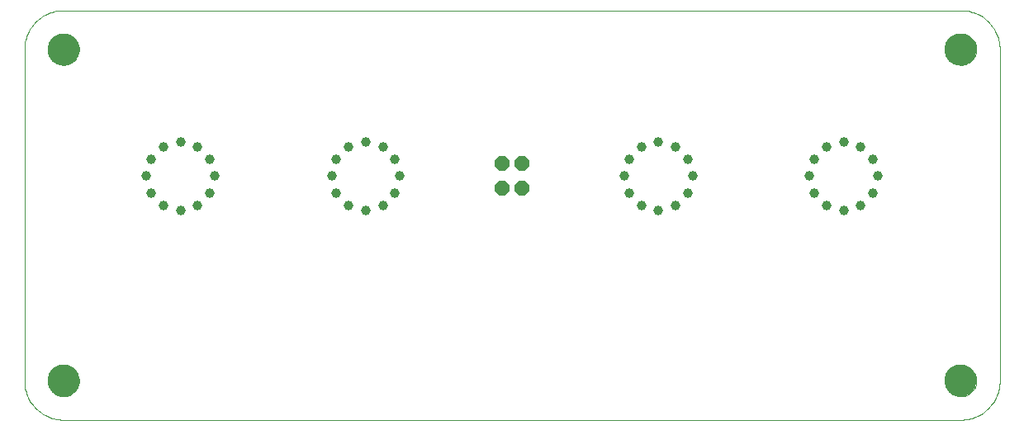
<source format=gbs>
G75*
G70*
%OFA0B0*%
%FSLAX24Y24*%
%IPPOS*%
%LPD*%
%AMOC8*
5,1,8,0,0,1.08239X$1,22.5*
%
%ADD10C,0.0000*%
%ADD11C,0.1300*%
%ADD12OC8,0.0600*%
%ADD13C,0.0396*%
D10*
X001755Y000180D02*
X037975Y000180D01*
X037345Y001755D02*
X037347Y001805D01*
X037353Y001855D01*
X037363Y001904D01*
X037377Y001952D01*
X037394Y001999D01*
X037415Y002044D01*
X037440Y002088D01*
X037468Y002129D01*
X037500Y002168D01*
X037534Y002205D01*
X037571Y002239D01*
X037611Y002269D01*
X037653Y002296D01*
X037697Y002320D01*
X037743Y002341D01*
X037790Y002357D01*
X037838Y002370D01*
X037888Y002379D01*
X037937Y002384D01*
X037988Y002385D01*
X038038Y002382D01*
X038087Y002375D01*
X038136Y002364D01*
X038184Y002349D01*
X038230Y002331D01*
X038275Y002309D01*
X038318Y002283D01*
X038359Y002254D01*
X038398Y002222D01*
X038434Y002187D01*
X038466Y002149D01*
X038496Y002109D01*
X038523Y002066D01*
X038546Y002022D01*
X038565Y001976D01*
X038581Y001928D01*
X038593Y001879D01*
X038601Y001830D01*
X038605Y001780D01*
X038605Y001730D01*
X038601Y001680D01*
X038593Y001631D01*
X038581Y001582D01*
X038565Y001534D01*
X038546Y001488D01*
X038523Y001444D01*
X038496Y001401D01*
X038466Y001361D01*
X038434Y001323D01*
X038398Y001288D01*
X038359Y001256D01*
X038318Y001227D01*
X038275Y001201D01*
X038230Y001179D01*
X038184Y001161D01*
X038136Y001146D01*
X038087Y001135D01*
X038038Y001128D01*
X037988Y001125D01*
X037937Y001126D01*
X037888Y001131D01*
X037838Y001140D01*
X037790Y001153D01*
X037743Y001169D01*
X037697Y001190D01*
X037653Y001214D01*
X037611Y001241D01*
X037571Y001271D01*
X037534Y001305D01*
X037500Y001342D01*
X037468Y001381D01*
X037440Y001422D01*
X037415Y001466D01*
X037394Y001511D01*
X037377Y001558D01*
X037363Y001606D01*
X037353Y001655D01*
X037347Y001705D01*
X037345Y001755D01*
X037975Y000180D02*
X038052Y000182D01*
X038129Y000188D01*
X038206Y000197D01*
X038282Y000210D01*
X038358Y000227D01*
X038432Y000248D01*
X038506Y000272D01*
X038578Y000300D01*
X038648Y000331D01*
X038717Y000366D01*
X038785Y000404D01*
X038850Y000445D01*
X038913Y000490D01*
X038974Y000538D01*
X039033Y000588D01*
X039089Y000641D01*
X039142Y000697D01*
X039192Y000756D01*
X039240Y000817D01*
X039285Y000880D01*
X039326Y000945D01*
X039364Y001013D01*
X039399Y001082D01*
X039430Y001152D01*
X039458Y001224D01*
X039482Y001298D01*
X039503Y001372D01*
X039520Y001448D01*
X039533Y001524D01*
X039542Y001601D01*
X039548Y001678D01*
X039550Y001755D01*
X039550Y015141D01*
X037345Y015141D02*
X037347Y015191D01*
X037353Y015241D01*
X037363Y015290D01*
X037377Y015338D01*
X037394Y015385D01*
X037415Y015430D01*
X037440Y015474D01*
X037468Y015515D01*
X037500Y015554D01*
X037534Y015591D01*
X037571Y015625D01*
X037611Y015655D01*
X037653Y015682D01*
X037697Y015706D01*
X037743Y015727D01*
X037790Y015743D01*
X037838Y015756D01*
X037888Y015765D01*
X037937Y015770D01*
X037988Y015771D01*
X038038Y015768D01*
X038087Y015761D01*
X038136Y015750D01*
X038184Y015735D01*
X038230Y015717D01*
X038275Y015695D01*
X038318Y015669D01*
X038359Y015640D01*
X038398Y015608D01*
X038434Y015573D01*
X038466Y015535D01*
X038496Y015495D01*
X038523Y015452D01*
X038546Y015408D01*
X038565Y015362D01*
X038581Y015314D01*
X038593Y015265D01*
X038601Y015216D01*
X038605Y015166D01*
X038605Y015116D01*
X038601Y015066D01*
X038593Y015017D01*
X038581Y014968D01*
X038565Y014920D01*
X038546Y014874D01*
X038523Y014830D01*
X038496Y014787D01*
X038466Y014747D01*
X038434Y014709D01*
X038398Y014674D01*
X038359Y014642D01*
X038318Y014613D01*
X038275Y014587D01*
X038230Y014565D01*
X038184Y014547D01*
X038136Y014532D01*
X038087Y014521D01*
X038038Y014514D01*
X037988Y014511D01*
X037937Y014512D01*
X037888Y014517D01*
X037838Y014526D01*
X037790Y014539D01*
X037743Y014555D01*
X037697Y014576D01*
X037653Y014600D01*
X037611Y014627D01*
X037571Y014657D01*
X037534Y014691D01*
X037500Y014728D01*
X037468Y014767D01*
X037440Y014808D01*
X037415Y014852D01*
X037394Y014897D01*
X037377Y014944D01*
X037363Y014992D01*
X037353Y015041D01*
X037347Y015091D01*
X037345Y015141D01*
X037975Y016716D02*
X038052Y016714D01*
X038129Y016708D01*
X038206Y016699D01*
X038282Y016686D01*
X038358Y016669D01*
X038432Y016648D01*
X038506Y016624D01*
X038578Y016596D01*
X038648Y016565D01*
X038717Y016530D01*
X038785Y016492D01*
X038850Y016451D01*
X038913Y016406D01*
X038974Y016358D01*
X039033Y016308D01*
X039089Y016255D01*
X039142Y016199D01*
X039192Y016140D01*
X039240Y016079D01*
X039285Y016016D01*
X039326Y015951D01*
X039364Y015883D01*
X039399Y015814D01*
X039430Y015744D01*
X039458Y015672D01*
X039482Y015598D01*
X039503Y015524D01*
X039520Y015448D01*
X039533Y015372D01*
X039542Y015295D01*
X039548Y015218D01*
X039550Y015141D01*
X037975Y016715D02*
X001755Y016715D01*
X001125Y015141D02*
X001127Y015191D01*
X001133Y015241D01*
X001143Y015290D01*
X001157Y015338D01*
X001174Y015385D01*
X001195Y015430D01*
X001220Y015474D01*
X001248Y015515D01*
X001280Y015554D01*
X001314Y015591D01*
X001351Y015625D01*
X001391Y015655D01*
X001433Y015682D01*
X001477Y015706D01*
X001523Y015727D01*
X001570Y015743D01*
X001618Y015756D01*
X001668Y015765D01*
X001717Y015770D01*
X001768Y015771D01*
X001818Y015768D01*
X001867Y015761D01*
X001916Y015750D01*
X001964Y015735D01*
X002010Y015717D01*
X002055Y015695D01*
X002098Y015669D01*
X002139Y015640D01*
X002178Y015608D01*
X002214Y015573D01*
X002246Y015535D01*
X002276Y015495D01*
X002303Y015452D01*
X002326Y015408D01*
X002345Y015362D01*
X002361Y015314D01*
X002373Y015265D01*
X002381Y015216D01*
X002385Y015166D01*
X002385Y015116D01*
X002381Y015066D01*
X002373Y015017D01*
X002361Y014968D01*
X002345Y014920D01*
X002326Y014874D01*
X002303Y014830D01*
X002276Y014787D01*
X002246Y014747D01*
X002214Y014709D01*
X002178Y014674D01*
X002139Y014642D01*
X002098Y014613D01*
X002055Y014587D01*
X002010Y014565D01*
X001964Y014547D01*
X001916Y014532D01*
X001867Y014521D01*
X001818Y014514D01*
X001768Y014511D01*
X001717Y014512D01*
X001668Y014517D01*
X001618Y014526D01*
X001570Y014539D01*
X001523Y014555D01*
X001477Y014576D01*
X001433Y014600D01*
X001391Y014627D01*
X001351Y014657D01*
X001314Y014691D01*
X001280Y014728D01*
X001248Y014767D01*
X001220Y014808D01*
X001195Y014852D01*
X001174Y014897D01*
X001157Y014944D01*
X001143Y014992D01*
X001133Y015041D01*
X001127Y015091D01*
X001125Y015141D01*
X000180Y015141D02*
X000182Y015218D01*
X000188Y015295D01*
X000197Y015372D01*
X000210Y015448D01*
X000227Y015524D01*
X000248Y015598D01*
X000272Y015672D01*
X000300Y015744D01*
X000331Y015814D01*
X000366Y015883D01*
X000404Y015951D01*
X000445Y016016D01*
X000490Y016079D01*
X000538Y016140D01*
X000588Y016199D01*
X000641Y016255D01*
X000697Y016308D01*
X000756Y016358D01*
X000817Y016406D01*
X000880Y016451D01*
X000945Y016492D01*
X001013Y016530D01*
X001082Y016565D01*
X001152Y016596D01*
X001224Y016624D01*
X001298Y016648D01*
X001372Y016669D01*
X001448Y016686D01*
X001524Y016699D01*
X001601Y016708D01*
X001678Y016714D01*
X001755Y016716D01*
X000180Y015141D02*
X000180Y001755D01*
X001125Y001755D02*
X001127Y001805D01*
X001133Y001855D01*
X001143Y001904D01*
X001157Y001952D01*
X001174Y001999D01*
X001195Y002044D01*
X001220Y002088D01*
X001248Y002129D01*
X001280Y002168D01*
X001314Y002205D01*
X001351Y002239D01*
X001391Y002269D01*
X001433Y002296D01*
X001477Y002320D01*
X001523Y002341D01*
X001570Y002357D01*
X001618Y002370D01*
X001668Y002379D01*
X001717Y002384D01*
X001768Y002385D01*
X001818Y002382D01*
X001867Y002375D01*
X001916Y002364D01*
X001964Y002349D01*
X002010Y002331D01*
X002055Y002309D01*
X002098Y002283D01*
X002139Y002254D01*
X002178Y002222D01*
X002214Y002187D01*
X002246Y002149D01*
X002276Y002109D01*
X002303Y002066D01*
X002326Y002022D01*
X002345Y001976D01*
X002361Y001928D01*
X002373Y001879D01*
X002381Y001830D01*
X002385Y001780D01*
X002385Y001730D01*
X002381Y001680D01*
X002373Y001631D01*
X002361Y001582D01*
X002345Y001534D01*
X002326Y001488D01*
X002303Y001444D01*
X002276Y001401D01*
X002246Y001361D01*
X002214Y001323D01*
X002178Y001288D01*
X002139Y001256D01*
X002098Y001227D01*
X002055Y001201D01*
X002010Y001179D01*
X001964Y001161D01*
X001916Y001146D01*
X001867Y001135D01*
X001818Y001128D01*
X001768Y001125D01*
X001717Y001126D01*
X001668Y001131D01*
X001618Y001140D01*
X001570Y001153D01*
X001523Y001169D01*
X001477Y001190D01*
X001433Y001214D01*
X001391Y001241D01*
X001351Y001271D01*
X001314Y001305D01*
X001280Y001342D01*
X001248Y001381D01*
X001220Y001422D01*
X001195Y001466D01*
X001174Y001511D01*
X001157Y001558D01*
X001143Y001606D01*
X001133Y001655D01*
X001127Y001705D01*
X001125Y001755D01*
X000180Y001755D02*
X000182Y001678D01*
X000188Y001601D01*
X000197Y001524D01*
X000210Y001448D01*
X000227Y001372D01*
X000248Y001298D01*
X000272Y001224D01*
X000300Y001152D01*
X000331Y001082D01*
X000366Y001013D01*
X000404Y000945D01*
X000445Y000880D01*
X000490Y000817D01*
X000538Y000756D01*
X000588Y000697D01*
X000641Y000641D01*
X000697Y000588D01*
X000756Y000538D01*
X000817Y000490D01*
X000880Y000445D01*
X000945Y000404D01*
X001013Y000366D01*
X001082Y000331D01*
X001152Y000300D01*
X001224Y000272D01*
X001298Y000248D01*
X001372Y000227D01*
X001448Y000210D01*
X001524Y000197D01*
X001601Y000188D01*
X001678Y000182D01*
X001755Y000180D01*
D11*
X001755Y001755D03*
X001755Y015141D03*
X037975Y015141D03*
X037975Y001755D03*
D12*
X020259Y009523D03*
X019471Y009523D03*
X019471Y010523D03*
X020259Y010523D03*
D13*
X024393Y010023D03*
X024589Y010711D03*
X025082Y011204D03*
X025771Y011400D03*
X026460Y011204D03*
X026952Y010711D03*
X027149Y010023D03*
X026952Y009334D03*
X026460Y008841D03*
X025771Y008645D03*
X025082Y008841D03*
X024589Y009334D03*
X031873Y010023D03*
X032070Y010711D03*
X032562Y011204D03*
X033251Y011400D03*
X033940Y011204D03*
X034432Y010711D03*
X034629Y010023D03*
X034432Y009334D03*
X033940Y008841D03*
X033251Y008645D03*
X032562Y008841D03*
X032070Y009334D03*
X015337Y010023D03*
X015141Y010711D03*
X014649Y011204D03*
X013960Y011400D03*
X013271Y011204D03*
X012778Y010711D03*
X012582Y010023D03*
X012778Y009334D03*
X013271Y008841D03*
X013960Y008645D03*
X014649Y008841D03*
X015141Y009334D03*
X007857Y010023D03*
X007660Y010711D03*
X007168Y011204D03*
X006479Y011400D03*
X005790Y011204D03*
X005298Y010711D03*
X005101Y010023D03*
X005298Y009334D03*
X005790Y008841D03*
X006479Y008645D03*
X007168Y008841D03*
X007660Y009334D03*
M02*

</source>
